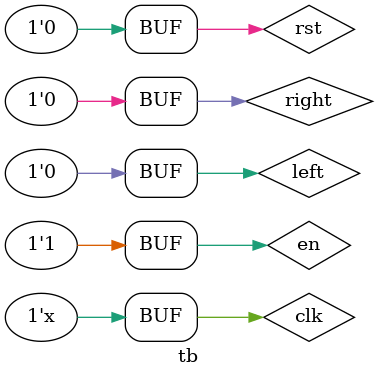
<source format=v>
`timescale 1ns / 1ps

module tb;

reg clk;
reg rst;
reg en;
reg left;
reg right;

initial begin 
clk = 0;
rst = 0;
#20 rst = 1;
#40 rst = 0;
#100 en = 1;
#500 left = 1;
#550 left = 0;
#600 right = 1;
#650 right = 0;
end

always begin 
#5 clk = ~clk;
end

image tw (.clk(clk), .rst(rst), .en(en), .left(left), .right(right));
endmodule

</source>
